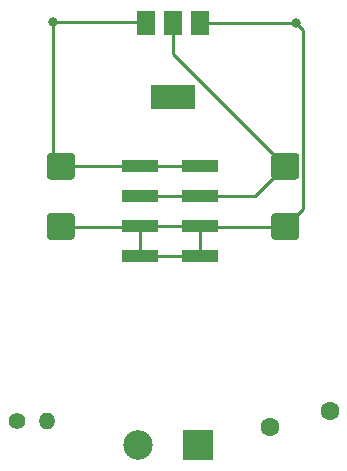
<source format=gbr>
%TF.GenerationSoftware,KiCad,Pcbnew,(5.1.9)-1*%
%TF.CreationDate,2021-05-14T01:46:21+02:00*%
%TF.ProjectId,Netzteil,4e65747a-7465-4696-9c2e-6b696361645f,rev?*%
%TF.SameCoordinates,Original*%
%TF.FileFunction,Copper,L1,Top*%
%TF.FilePolarity,Positive*%
%FSLAX46Y46*%
G04 Gerber Fmt 4.6, Leading zero omitted, Abs format (unit mm)*
G04 Created by KiCad (PCBNEW (5.1.9)-1) date 2021-05-14 01:46:21*
%MOMM*%
%LPD*%
G01*
G04 APERTURE LIST*
%TA.AperFunction,ComponentPad*%
%ADD10C,2.500000*%
%TD*%
%TA.AperFunction,ComponentPad*%
%ADD11R,2.500000X2.500000*%
%TD*%
%TA.AperFunction,SMDPad,CuDef*%
%ADD12R,1.500000X2.000000*%
%TD*%
%TA.AperFunction,SMDPad,CuDef*%
%ADD13R,3.800000X2.000000*%
%TD*%
%TA.AperFunction,ComponentPad*%
%ADD14C,1.600000*%
%TD*%
%TA.AperFunction,ComponentPad*%
%ADD15O,1.400000X1.400000*%
%TD*%
%TA.AperFunction,ComponentPad*%
%ADD16C,1.400000*%
%TD*%
%TA.AperFunction,SMDPad,CuDef*%
%ADD17R,3.150000X1.000000*%
%TD*%
%TA.AperFunction,ViaPad*%
%ADD18C,0.800000*%
%TD*%
%TA.AperFunction,Conductor*%
%ADD19C,0.250000*%
%TD*%
G04 APERTURE END LIST*
D10*
%TO.P,J1,2*%
%TO.N,Net-(J1-Pad2)*%
X117070000Y-109250000D03*
D11*
%TO.P,J1,1*%
%TO.N,Net-(J1-Pad1)*%
X122150000Y-109250000D03*
%TD*%
%TO.P,C1,2*%
%TO.N,GND*%
%TA.AperFunction,SMDPad,CuDef*%
G36*
G01*
X109574999Y-89625000D02*
X111425001Y-89625000D01*
G75*
G02*
X111675000Y-89874999I0J-249999D01*
G01*
X111675000Y-91625001D01*
G75*
G02*
X111425001Y-91875000I-249999J0D01*
G01*
X109574999Y-91875000D01*
G75*
G02*
X109325000Y-91625001I0J249999D01*
G01*
X109325000Y-89874999D01*
G75*
G02*
X109574999Y-89625000I249999J0D01*
G01*
G37*
%TD.AperFunction*%
%TO.P,C1,1*%
%TO.N,+5V*%
%TA.AperFunction,SMDPad,CuDef*%
G36*
G01*
X109574999Y-84525000D02*
X111425001Y-84525000D01*
G75*
G02*
X111675000Y-84774999I0J-249999D01*
G01*
X111675000Y-86525001D01*
G75*
G02*
X111425001Y-86775000I-249999J0D01*
G01*
X109574999Y-86775000D01*
G75*
G02*
X109325000Y-86525001I0J249999D01*
G01*
X109325000Y-84774999D01*
G75*
G02*
X109574999Y-84525000I249999J0D01*
G01*
G37*
%TD.AperFunction*%
%TD*%
%TO.P,C2,2*%
%TO.N,GND*%
%TA.AperFunction,SMDPad,CuDef*%
G36*
G01*
X128574999Y-89625000D02*
X130425001Y-89625000D01*
G75*
G02*
X130675000Y-89874999I0J-249999D01*
G01*
X130675000Y-91625001D01*
G75*
G02*
X130425001Y-91875000I-249999J0D01*
G01*
X128574999Y-91875000D01*
G75*
G02*
X128325000Y-91625001I0J249999D01*
G01*
X128325000Y-89874999D01*
G75*
G02*
X128574999Y-89625000I249999J0D01*
G01*
G37*
%TD.AperFunction*%
%TO.P,C2,1*%
%TO.N,+3V3*%
%TA.AperFunction,SMDPad,CuDef*%
G36*
G01*
X128574999Y-84525000D02*
X130425001Y-84525000D01*
G75*
G02*
X130675000Y-84774999I0J-249999D01*
G01*
X130675000Y-86525001D01*
G75*
G02*
X130425001Y-86775000I-249999J0D01*
G01*
X128574999Y-86775000D01*
G75*
G02*
X128325000Y-86525001I0J249999D01*
G01*
X128325000Y-84774999D01*
G75*
G02*
X128574999Y-84525000I249999J0D01*
G01*
G37*
%TD.AperFunction*%
%TD*%
D12*
%TO.P,U2,1*%
%TO.N,GND*%
X122300000Y-73500000D03*
%TO.P,U2,3*%
%TO.N,+5V*%
X117700000Y-73500000D03*
%TO.P,U2,2*%
%TO.N,+3V3*%
X120000000Y-73500000D03*
D13*
%TO.P,U2,4*%
%TO.N,N/C*%
X120000000Y-79800000D03*
%TD*%
D14*
%TO.P,RV1,2*%
%TO.N,Net-(J1-Pad1)*%
X133250000Y-106400000D03*
%TO.P,RV1,1*%
%TO.N,Net-(J1-Pad2)*%
X128250000Y-107700000D03*
%TD*%
D15*
%TO.P,R1,2*%
%TO.N,Net-(J1-Pad2)*%
X109290000Y-107200000D03*
D16*
%TO.P,R1,1*%
%TO.N,Net-(PS1-Pad1)*%
X106750000Y-107200000D03*
%TD*%
D17*
%TO.P,J2,8*%
%TO.N,GND*%
X122275000Y-93260000D03*
%TO.P,J2,7*%
X117225000Y-93260000D03*
%TO.P,J2,6*%
X122275000Y-90720000D03*
%TO.P,J2,5*%
X117225000Y-90720000D03*
%TO.P,J2,4*%
%TO.N,+3V3*%
X122275000Y-88180000D03*
%TO.P,J2,3*%
X117225000Y-88180000D03*
%TO.P,J2,2*%
%TO.N,+5V*%
X122275000Y-85640000D03*
%TO.P,J2,1*%
X117225000Y-85640000D03*
%TD*%
D18*
%TO.N,GND*%
X130400000Y-73500000D03*
%TO.N,+5V*%
X109800000Y-73450000D03*
%TD*%
D19*
%TO.N,GND*%
X117195000Y-90750000D02*
X117225000Y-90720000D01*
X110500000Y-90750000D02*
X117195000Y-90750000D01*
X122305000Y-90750000D02*
X122275000Y-90720000D01*
X129500000Y-90750000D02*
X122305000Y-90750000D01*
X117225000Y-90720000D02*
X117225000Y-93260000D01*
X117225000Y-90720000D02*
X122275000Y-90720000D01*
X122275000Y-90720000D02*
X122275000Y-93260000D01*
X122275000Y-93260000D02*
X117225000Y-93260000D01*
X131000010Y-89249990D02*
X129500000Y-90750000D01*
X131000010Y-74100010D02*
X131000010Y-89249990D01*
X130400000Y-73500000D02*
X131000010Y-74100010D01*
X122300000Y-73500000D02*
X130400000Y-73500000D01*
%TO.N,+3V3*%
X129490000Y-85640000D02*
X129500000Y-85650000D01*
X120000000Y-76150000D02*
X129500000Y-85650000D01*
X120000000Y-73500000D02*
X120000000Y-76150000D01*
X117225000Y-88180000D02*
X122275000Y-88180000D01*
X126970000Y-88180000D02*
X129500000Y-85650000D01*
X122275000Y-88180000D02*
X126970000Y-88180000D01*
%TO.N,+5V*%
X117215000Y-85650000D02*
X117225000Y-85640000D01*
X110500000Y-85650000D02*
X117215000Y-85650000D01*
X117650000Y-73450000D02*
X117700000Y-73500000D01*
X109800000Y-73450000D02*
X117650000Y-73450000D01*
X109800000Y-84950000D02*
X110500000Y-85650000D01*
X109800000Y-73450000D02*
X109800000Y-84950000D01*
X117225000Y-85640000D02*
X122275000Y-85640000D01*
%TD*%
M02*

</source>
